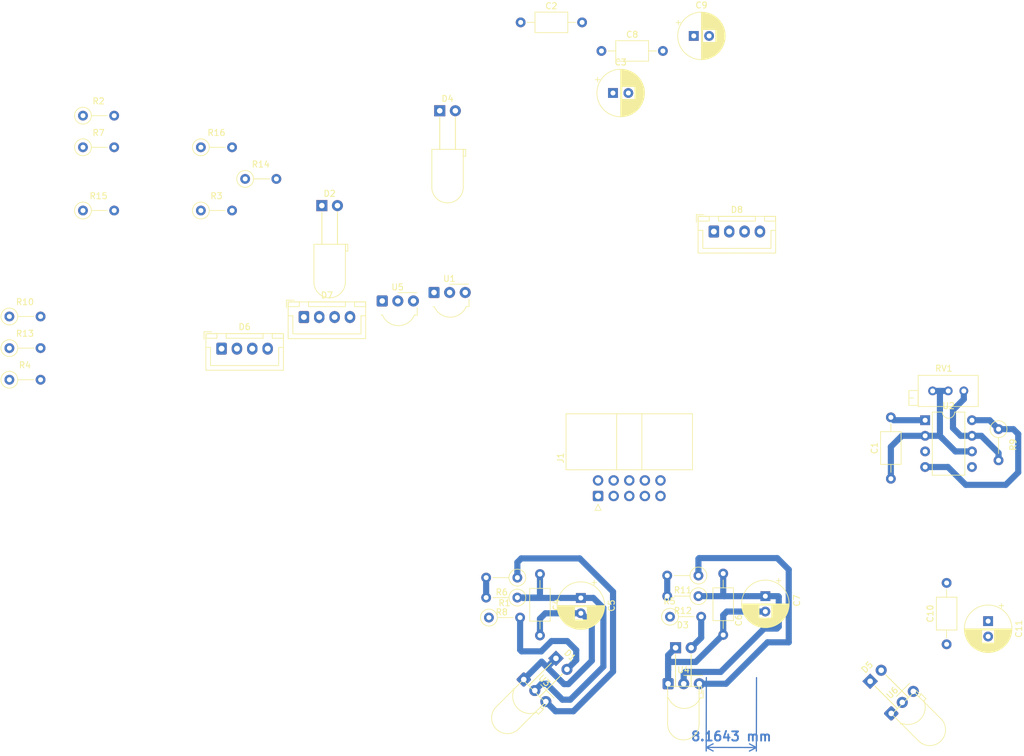
<source format=kicad_pcb>
(kicad_pcb (version 20211014) (generator pcbnew)
  (layers (0 "F.Cu" signal) (31 "B.Cu" signal) (34 "B.Paste" user) (35 "F.Paste" user) (36 "B.SilkS" user "B.Silkscreen") (37 "F.SilkS" user "F.Silkscreen") (38 "B.Mask" user) (39 "F.Mask" user) (44 "Edge.Cuts" user))
  (net 0 "")
  (net 1 "GND")
  (net 2 "Net-(D1-Pad2)")
  (net 3 "Net-(D2-Pad2)")
  (net 4 "Net-(D3-Pad2)")
  (net 5 "Net-(D4-Pad2)")
  (net 6 "Net-(D5-Pad2)")
  (net 7 "Net-(D6-Pad1)")
  (net 8 "/gnd")
  (net 9 "/S6")
  (net 10 "/5v")
  (net 11 "/S7")
  (net 12 "/S8")
  (net 13 "/S4")
  (net 14 "/S3")
  (net 15 "/S2")
  (net 16 "/S1")
  (net 17 "/S5")
  (net 18 "Net-(C2-Pad1)")
  (net 19 "Net-(C4-Pad1)")
  (net 20 "Net-(R9-Pad2)")
  (net 21 "Net-(C6-Pad1)")
  (net 22 "Net-(C8-Pad1)")
  (net 23 "Net-(C10-Pad1)")
  (net 24 "Net-(C1-Pad1)")
  (footprint "Resistor_THT:R_Axial_DIN0207_L6.3mm_D2.5mm_P5.08mm_Vertical" (layer "F.Cu") (at 192.1356 81.9214 -90)
    (fp_text reference "R9" (at 2.54 -2.37 90) (layer "F.SilkS"))
    (fp_text value "1k8")
    (pad "1" thru_hole circle (at 0 0 270) (size 1.6 1.6) (drill 0.8) (layers *.Cu *.Mask) (net 10 "/5v"))
    (pad "2" thru_hole oval (at 5.08 0 270) (size 1.6 1.6) (drill 0.8) (layers *.Cu *.Mask) (net 20 "Net-(R9-Pad2)"))
  )
  (footprint "Resistor_THT:R_Axial_DIN0207_L6.3mm_D2.5mm_P5.08mm_Vertical" (layer "F.Cu") (at 113.812096 106.103394 180)
    (fp_text reference "R6" (at 2.54 -2.37) (layer "F.SilkS"))
    (fp_text value "20k")
    (pad "1" thru_hole circle (at 0 0 180) (size 1.6 1.6) (drill 0.8) (layers *.Cu *.Mask) (net 13 "/S4"))
    (pad "2" thru_hole oval (at 5.08 0 180) (size 1.6 1.6) (drill 0.8) (layers *.Cu *.Mask) (net 10 "/5v"))
  )
  (footprint "Resistor_THT:R_Axial_DIN0207_L6.3mm_D2.5mm_P5.08mm_Vertical" (layer "F.Cu") (at 31.1284 68.72)
    (fp_text reference "R13" (at 2.54 -2.37) (layer "F.SilkS"))
    (fp_text value "20k")
    (pad "1" thru_hole circle (at 0 0) (size 1.6 1.6) (drill 0.8) (layers *.Cu *.Mask) (net 15 "/S2"))
    (pad "2" thru_hole oval (at 5.08 0) (size 1.6 1.6) (drill 0.8) (layers *.Cu *.Mask) (net 10 "/5v"))
  )
  (footprint "LED_THT:LED_D5.0mm_Horizontal_O6.35mm_Z3.0mm" (layer "F.Cu") (at 120.093063 119.251414 -45)
    (fp_text reference "D1" (at 1.27 -1.96 135) (layer "F.SilkS"))
    (fp_text value "LED")
    (pad "1" thru_hole rect (at 0 0 315) (size 1.8 1.8) (drill 0.9) (layers *.Cu *.Mask) (net 1 "GND"))
    (pad "2" thru_hole circle (at 2.54 0 315) (size 1.8 1.8) (drill 0.9) (layers *.Cu *.Mask) (net 2 "Net-(D1-Pad2)"))
  )
  (footprint "LED_THT:LED_D5.0mm_Horizontal_O6.35mm_Z3.0mm" (layer "F.Cu") (at 81.9884 45.51)
    (fp_text reference "D2" (at 1.27 -1.96) (layer "F.SilkS"))
    (fp_text value "LED")
    (pad "1" thru_hole rect (at 0 0) (size 1.8 1.8) (drill 0.9) (layers *.Cu *.Mask) (net 1 "GND"))
    (pad "2" thru_hole circle (at 2.54 0) (size 1.8 1.8) (drill 0.9) (layers *.Cu *.Mask) (net 3 "Net-(D2-Pad2)"))
  )
  (footprint "Connector_JST:JST_XH_B4B-XH-A_1x04_P2.50mm_Vertical" (layer "F.Cu") (at 65.6684 68.81)
    (fp_text reference "D6" (at 3.75 -3.55) (layer "F.SilkS"))
    (fp_text value "Conn_01x04_Male")
    (pad "1" thru_hole roundrect (at 0 0) (size 1.7 1.95) (drill 0.95) (layers *.Cu *.Mask) (roundrect_rratio 0.147059) (net 7 "Net-(D6-Pad1)"))
    (pad "2" thru_hole oval (at 2.5 0) (size 1.7 1.95) (drill 0.95) (layers *.Cu *.Mask) (net 8 "/gnd"))
    (pad "3" thru_hole oval (at 5 0) (size 1.7 1.95) (drill 0.95) (layers *.Cu *.Mask) (net 9 "/S6"))
    (pad "4" thru_hole oval (at 7.5 0) (size 1.7 1.95) (drill 0.95) (layers *.Cu *.Mask) (net 10 "/5v"))
  )
  (footprint "Resistor_THT:R_Axial_DIN0207_L6.3mm_D2.5mm_P5.08mm_Vertical" (layer "F.Cu") (at 43.1084 30.86)
    (fp_text reference "R2" (at 2.54 -2.37) (layer "F.SilkS"))
    (fp_text value "20k")
    (pad "1" thru_hole circle (at 0 0) (size 1.6 1.6) (drill 0.8) (layers *.Cu *.Mask) (net 17 "/S5"))
    (pad "2" thru_hole oval (at 5.08 0) (size 1.6 1.6) (drill 0.8) (layers *.Cu *.Mask) (net 10 "/5v"))
  )
  (footprint "Capacitor_THT:CP_Radial_D7.5mm_P2.50mm" (layer "F.Cu") (at 154.178 109.125406 -90)
    (fp_text reference "C7" (at 0.7112 -5.1308 90) (layer "F.SilkS"))
    (fp_text value "104")
    (pad "1" thru_hole rect (at 0 0 270) (size 1.6 1.6) (drill 0.8) (layers *.Cu *.Mask) (net 21 "Net-(C6-Pad1)"))
    (pad "2" thru_hole circle (at 2.5 0 270) (size 1.6 1.6) (drill 0.8) (layers *.Cu *.Mask) (net 1 "GND"))
  )
  (footprint "Resistor_THT:R_Axial_DIN0207_L6.3mm_D2.5mm_P5.08mm_Vertical" (layer "F.Cu") (at 143.285 109.1184 180)
    (fp_text reference "R12" (at 2.54 -2.37 180) (layer "F.SilkS"))
    (fp_text value "100")
    (pad "1" thru_hole circle (at 0 0 180) (size 1.6 1.6) (drill 0.8) (layers *.Cu *.Mask) (net 21 "Net-(C6-Pad1)"))
    (pad "2" thru_hole oval (at 5.08 0 180) (size 1.6 1.6) (drill 0.8) (layers *.Cu *.Mask) (net 10 "/5v"))
  )
  (footprint "Resistor_THT:R_Axial_DIN0207_L6.3mm_D2.5mm_P5.08mm_Vertical" (layer "F.Cu") (at 31.1284 73.87)
    (fp_text reference "R4" (at 2.54 -2.37) (layer "F.SilkS"))
    (fp_text value "220")
    (pad "1" thru_hole circle (at 0 0) (size 1.6 1.6) (drill 0.8) (layers *.Cu *.Mask) (net 7 "Net-(D6-Pad1)"))
    (pad "2" thru_hole oval (at 5.08 0) (size 1.6 1.6) (drill 0.8) (layers *.Cu *.Mask) (net 3 "Net-(D2-Pad2)"))
  )
  (footprint "Connector_JST:JST_XH_B4B-XH-A_1x04_P2.50mm_Vertical" (layer "F.Cu") (at 145.796 49.7332)
    (fp_text reference "D8" (at 3.75 -3.55) (layer "F.SilkS"))
    (fp_text value "Conn_01x04_Male")
    (pad "1" thru_hole roundrect (at 0 0) (size 1.7 1.95) (drill 0.95) (layers *.Cu *.Mask) (roundrect_rratio 0.147059) (net 7 "Net-(D6-Pad1)"))
    (pad "2" thru_hole oval (at 2.5 0) (size 1.7 1.95) (drill 0.95) (layers *.Cu *.Mask) (net 8 "/gnd"))
    (pad "3" thru_hole oval (at 5 0) (size 1.7 1.95) (drill 0.95) (layers *.Cu *.Mask) (net 12 "/S8"))
    (pad "4" thru_hole oval (at 7.5 0) (size 1.7 1.95) (drill 0.95) (layers *.Cu *.Mask) (net 10 "/5v"))
  )
  (footprint "Capacitor_THT:CP_Radial_D7.5mm_P2.50mm" (layer "F.Cu") (at 190.439518 113.190148 -90)
    (fp_text reference "C11" (at 1.25 -5 90) (layer "F.SilkS"))
    (fp_text value "104")
    (pad "1" thru_hole rect (at 0 0 270) (size 1.6 1.6) (drill 0.8) (layers *.Cu *.Mask) (net 23 "Net-(C10-Pad1)"))
    (pad "2" thru_hole circle (at 2.5 0 270) (size 1.6 1.6) (drill 0.8) (layers *.Cu *.Mask) (net 1 "GND"))
  )
  (footprint "Resistor_THT:R_Axial_DIN0207_L6.3mm_D2.5mm_P5.08mm_Vertical" (layer "F.Cu") (at 62.2984 46.31)
    (fp_text reference "R3" (at 2.54 -2.37) (layer "F.SilkS"))
    (fp_text value "100")
    (pad "1" thru_hole circle (at 0 0) (size 1.6 1.6) (drill 0.8) (layers *.Cu *.Mask) (net 18 "Net-(C2-Pad1)"))
    (pad "2" thru_hole oval (at 5.08 0) (size 1.6 1.6) (drill 0.8) (layers *.Cu *.Mask) (net 10 "/5v"))
  )
  (footprint "Capacitor_THT:CP_Radial_D7.5mm_P2.50mm" (layer "F.Cu") (at 142.528011 17.87)
    (fp_text reference "C9" (at 1.25 -5) (layer "F.SilkS"))
    (fp_text value "104")
    (pad "1" thru_hole rect (at 0 0) (size 1.6 1.6) (drill 0.8) (layers *.Cu *.Mask) (net 22 "Net-(C8-Pad1)"))
    (pad "2" thru_hole circle (at 2.5 0) (size 1.6 1.6) (drill 0.8) (layers *.Cu *.Mask) (net 1 "GND"))
  )
  (footprint "Resistor_THT:R_Axial_DIN0207_L6.3mm_D2.5mm_P5.08mm_Vertical" (layer "F.Cu") (at 69.5084 41.16)
    (fp_text reference "R14" (at 2.54 -2.37) (layer "F.SilkS"))
    (fp_text value "100")
    (pad "1" thru_hole circle (at 0 0) (size 1.6 1.6) (drill 0.8) (layers *.Cu *.Mask) (net 22 "Net-(C8-Pad1)"))
    (pad "2" thru_hole oval (at 5.08 0) (size 1.6 1.6) (drill 0.8) (layers *.Cu *.Mask) (net 10 "/5v"))
  )
  (footprint "Resistor_THT:R_Axial_DIN0207_L6.3mm_D2.5mm_P5.08mm_Vertical" (layer "F.Cu") (at 31.1284 63.57)
    (fp_text reference "R10" (at 2.54 -2.37) (layer "F.SilkS"))
    (fp_text value "220")
    (pad "1" thru_hole circle (at 0 0) (size 1.6 1.6) (drill 0.8) (layers *.Cu *.Mask) (net 7 "Net-(D6-Pad1)"))
    (pad "2" thru_hole oval (at 5.08 0) (size 1.6 1.6) (drill 0.8) (layers *.Cu *.Mask) (net 6 "Net-(D5-Pad2)"))
  )
  (footprint "Resistor_THT:R_Axial_DIN0207_L6.3mm_D2.5mm_P5.08mm_Vertical" (layer "F.Cu") (at 143.285 105.7656 180)
    (fp_text reference "R11" (at 2.54 -2.37 180) (layer "F.SilkS"))
    (fp_text value "20k")
    (pad "1" thru_hole circle (at 0 0 180) (size 1.6 1.6) (drill 0.8) (layers *.Cu *.Mask) (net 14 "/S3"))
    (pad "2" thru_hole oval (at 5.08 0 180) (size 1.6 1.6) (drill 0.8) (layers *.Cu *.Mask) (net 10 "/5v"))
  )
  (footprint "Capacitor_THT:CP_Radial_D7.5mm_P2.50mm" (layer "F.Cu") (at 124.146296 109.4124 -90)
    (fp_text reference "C5" (at 1.25 -5 90) (layer "F.SilkS"))
    (fp_text value "104")
    (pad "1" thru_hole rect (at 0 0 270) (size 1.6 1.6) (drill 0.8) (layers *.Cu *.Mask) (net 19 "Net-(C4-Pad1)"))
    (pad "2" thru_hole circle (at 2.5 0 270) (size 1.6 1.6) (drill 0.8) (layers *.Cu *.Mask) (net 1 "GND"))
  )
  (footprint "Resistor_THT:R_Axial_DIN0207_L6.3mm_D2.5mm_P5.08mm_Vertical" (layer "F.Cu") (at 113.812096 109.354594 180)
    (fp_text reference "R8" (at 2.54 -2.37) (layer "F.SilkS"))
    (fp_text value "100")
    (pad "1" thru_hole circle (at 0 0 180) (size 1.6 1.6) (drill 0.8) (layers *.Cu *.Mask) (net 19 "Net-(C4-Pad1)"))
    (pad "2" thru_hole oval (at 5.08 0 180) (size 1.6 1.6) (drill 0.8) (layers *.Cu *.Mask) (net 10 "/5v"))
  )
  (footprint "Connector_IDC:IDC-Header_2x05_P2.54mm_Horizontal" (layer "F.Cu") (at 126.9492 92.8116 90)
    (fp_text reference "J1" (at 6.215 -6.1 90) (layer "F.SilkS"))
    (fp_text value "Control Sensores")
    (pad "1" thru_hole roundrect (at 0 0 90) (size 1.7 1.7) (drill 1) (layers *.Cu *.Mask) (roundrect_rratio 0.147059) (net 10 "/5v"))
    (pad "2" thru_hole circle (at 2.54 0 90) (size 1.7 1.7) (drill 1) (layers *.Cu *.Mask) (net 1 "GND"))
    (pad "3" thru_hole circle (at 0 2.54 90) (size 1.7 1.7) (drill 1) (layers *.Cu *.Mask) (net 13 "/S4"))
    (pad "4" thru_hole circle (at 2.54 2.54 90) (size 1.7 1.7) (drill 1) (layers *.Cu *.Mask) (net 12 "/S8"))
    (pad "5" thru_hole circle (at 0 5.08 90) (size 1.7 1.7) (drill 1) (layers *.Cu *.Mask) (net 14 "/S3"))
    (pad "6" thru_hole circle (at 2.54 5.08 90) (size 1.7 1.7) (drill 1) (layers *.Cu *.Mask) (net 11 "/S7"))
    (pad "7" thru_hole circle (at 0 7.62 90) (size 1.7 1.7) (drill 1) (layers *.Cu *.Mask) (net 15 "/S2"))
    (pad "8" thru_hole circle (at 2.54 7.62 90) (size 1.7 1.7) (drill 1) (layers *.Cu *.Mask) (net 9 "/S6"))
    (pad "9" thru_hole circle (at 0 10.16 90) (size 1.7 1.7) (drill 1) (layers *.Cu *.Mask) (net 16 "/S1"))
    (pad "10" thru_hole circle (at 2.54 10.16 90) (size 1.7 1.7) (drill 1) (layers *.Cu *.Mask) (net 17 "/S5"))
  )
  (footprint "Resistor_THT:R_Axial_DIN0207_L6.3mm_D2.5mm_P5.08mm_Vertical" (layer "F.Cu") (at 109.182096 112.605794)
    (fp_text reference "R1" (at 2.54 -2.37) (layer "F.SilkS"))
    (fp_text value "220")
    (pad "1" thru_hole circle (at 0 0) (size 1.6 1.6) (drill 0.8) (layers *.Cu *.Mask) (net 7 "Net-(D6-Pad1)"))
    (pad "2" thru_hole oval (at 5.08 0) (size 1.6 1.6) (drill 0.8) (layers *.Cu *.Mask) (net 2 "Net-(D1-Pad2)"))
  )
  (footprint "Capacitor_THT:C_Axial_L5.1mm_D3.1mm_P10.00mm_Horizontal" (layer "F.Cu") (at 147.32 105.4392 -90)
    (fp_text reference "C6" (at 7.6126 -2.5176 90) (layer "F.SilkS"))
    (fp_text value "102")
    (pad "1" thru_hole circle (at 0 0 270) (size 1.6 1.6) (drill 0.8) (layers *.Cu *.Mask) (net 21 "Net-(C6-Pad1)"))
    (pad "2" thru_hole oval (at 10 0 270) (size 1.6 1.6) (drill 0.8) (layers *.Cu *.Mask) (net 1 "GND"))
  )
  (footprint "OptoDevice:Vishay_MOLD-3Pin" (layer "F.Cu") (at 91.8184 61.04)
    (fp_text reference "U5" (at 2.5 -2.25 180) (layer "F.SilkS"))
    (fp_text value "TSOP17xx")
    (pad "1" thru_hole roundrect (at 0 0) (size 1.8 1.8) (drill 0.9) (layers *.Cu *.Mask) (roundrect_rratio 0.138) (net 1 "GND"))
    (pad "2" thru_hole circle (at 2.54 0) (size 1.8 1.8) (drill 0.9) (layers *.Cu *.Mask) (net 22 "Net-(C8-Pad1)"))
    (pad "3" thru_hole circle (at 5.08 0) (size 1.8 1.8) (drill 0.9) (layers *.Cu *.Mask) (net 15 "/S2"))
  )
  (footprint "Connector_JST:JST_XH_B4B-XH-A_1x04_P2.50mm_Vertical" (layer "F.Cu") (at 79.0684 63.66)
    (fp_text reference "D7" (at 3.75 -3.55) (layer "F.SilkS"))
    (fp_text value "Conn_01x04_Male")
    (pad "1" thru_hole roundrect (at 0 0) (size 1.7 1.95) (drill 0.95) (layers *.Cu *.Mask) (roundrect_rratio 0.147059) (net 7 "Net-(D6-Pad1)"))
    (pad "2" thru_hole oval (at 2.5 0) (size 1.7 1.95) (drill 0.95) (layers *.Cu *.Mask) (net 8 "/gnd"))
    (pad "3" thru_hole oval (at 5 0) (size 1.7 1.95) (drill 0.95) (layers *.Cu *.Mask) (net 11 "/S7"))
    (pad "4" thru_hole oval (at 7.5 0) (size 1.7 1.95) (drill 0.95) (layers *.Cu *.Mask) (net 10 "/5v"))
  )
  (footprint "OptoDevice:Vishay_MOLD-3Pin" (layer "F.Cu") (at 174.667704 128.221806 45)
    (fp_text reference "U6" (at 2.5 -2.25 45) (layer "F.SilkS"))
    (fp_text value "TSOP17xx")
    (pad "1" thru_hole roundrect (at 0 0 45) (size 1.8 1.8) (drill 0.9) (layers *.Cu *.Mask) (roundrect_rratio 0.138) (net 1 "GND"))
    (pad "2" thru_hole circle (at 2.54 0 45) (size 1.8 1.8) (drill 0.9) (layers *.Cu *.Mask) (net 23 "Net-(C10-Pad1)"))
    (pad "3" thru_hole circle (at 5.08 0 45) (size 1.8 1.8) (drill 0.9) (layers *.Cu *.Mask) (net 16 "/S1"))
  )
  (footprint "Capacitor_THT:C_Axial_L5.1mm_D3.1mm_P10.00mm_Horizontal" (layer "F.Cu") (at 183.683118 116.963942 90)
    (fp_text reference "C10" (at 5 -2.67 90) (layer "F.SilkS"))
    (fp_text value "102")
    (pad "1" thru_hole circle (at 0 0 90) (size 1.6 1.6) (drill 0.8) (layers *.Cu *.Mask) (net 23 "Net-(C10-Pad1)"))
    (pad "2" thru_hole oval (at 10 0 90) (size 1.6 1.6) (drill 0.8) (layers *.Cu *.Mask) (net 1 "GND"))
  )
  (footprint "Capacitor_THT:CP_Radial_D7.5mm_P2.50mm" (layer "F.Cu") (at 129.378011 27.17)
    (fp_text reference "C3" (at 1.25 -5) (layer "F.SilkS"))
    (fp_text value "104")
    (pad "1" thru_hole rect (at 0 0) (size 1.6 1.6) (drill 0.8) (layers *.Cu *.Mask) (net 18 "Net-(C2-Pad1)"))
    (pad "2" thru_hole circle (at 2.5 0) (size 1.6 1.6) (drill 0.8) (layers *.Cu *.Mask) (net 1 "GND"))
  )
  (footprint "LED_THT:LED_D5.0mm_Horizontal_O6.35mm_Z3.0mm" (layer "F.Cu") (at 171.237118 122.987542 45)
    (fp_text reference "D5" (at 1.27 -1.96 45) (layer "F.SilkS"))
    (fp_text value "LED")
    (pad "1" thru_hole rect (at 0 0 45) (size 1.8 1.8) (drill 0.9) (layers *.Cu *.Mask) (net 1 "GND"))
    (pad "2" thru_hole circle (at 2.54 0 45) (size 1.8 1.8) (drill 0.9) (layers *.Cu *.Mask) (net 6 "Net-(D5-Pad2)"))
  )
  (footprint "Capacitor_THT:C_Axial_L5.1mm_D3.1mm_P10.00mm_Horizontal" (layer "F.Cu") (at 174.6096 89.9984 90)
    (fp_text reference "C1" (at 5 -2.67 90) (layer "F.SilkS"))
    (fp_text value "102")
    (pad "1" thru_hole circle (at 0 0 90) (size 1.6 1.6) (drill 0.8) (layers *.Cu *.Mask) (net 24 "Net-(C1-Pad1)"))
    (pad "2" thru_hole oval (at 10 0 90) (size 1.6 1.6) (drill 0.8) (layers *.Cu *.Mask) (net 1 "GND"))
  )
  (footprint "Resistor_THT:R_Axial_DIN0207_L6.3mm_D2.5mm_P5.08mm_Vertical" (layer "F.Cu") (at 62.2984 36.01)
    (fp_text reference "R16" (at 2.54 -2.37) (layer "F.SilkS"))
    (fp_text value "100")
    (pad "1" thru_hole circle (at 0 0) (size 1.6 1.6) (drill 0.8) (layers *.Cu *.Mask) (net 23 "Net-(C10-Pad1)"))
    (pad "2" thru_hole oval (at 5.08 0) (size 1.6 1.6) (drill 0.8) (layers *.Cu *.Mask) (net 10 "/5v"))
  )
  (footprint "Resistor_THT:R_Axial_DIN0207_L6.3mm_D2.5mm_P5.08mm_Vertical" (layer "F.Cu") (at 43.1084 36.01)
    (fp_text reference "R7" (at 2.54 -2.37) (layer "F.SilkS"))
    (fp_text value "220")
    (pad "1" thru_hole circle (at 0 0) (size 1.6 1.6) (drill 0.8) (layers *.Cu *.Mask) (net 7 "Net-(D6-Pad1)"))
    (pad "2" thru_hole oval (at 5.08 0) (size 1.6 1.6) (drill 0.8) (layers *.Cu *.Mask) (net 5 "Net-(D4-Pad2)"))
  )
  (footprint "LED_THT:LED_D5.0mm_Horizontal_O6.35mm_Z3.0mm" (layer "F.Cu") (at 139.5642 117.523606)
    (fp_text reference "D3" (at 1.1684 -3.6872) (layer "F.SilkS"))
    (fp_text value "LED")
    (pad "1" thru_hole rect (at 0 0) (size 1.8 1.8) (drill 0.9) (layers *.Cu *.Mask) (net 1 "GND"))
    (pad "2" thru_hole circle (at 2.54 0) (size 1.8 1.8) (drill 0.9) (layers *.Cu *.Mask) (net 4 "Net-(D3-Pad2)"))
  )
  (footprint "Capacitor_THT:C_Axial_L5.1mm_D3.1mm_P10.00mm_Horizontal" (layer "F.Cu") (at 117.491496 105.522994 -90)
    (fp_text reference "C4" (at 5 -2.67 90) (layer "F.SilkS"))
    (fp_text value "102")
    (pad "1" thru_hole circle (at 0 0 270) (size 1.6 1.6) (drill 0.8) (layers *.Cu *.Mask) (net 19 "Net-(C4-Pad1)"))
    (pad "2" thru_hole oval (at 10 0 270) (size 1.6 1.6) (drill 0.8) (layers *.Cu *.Mask) (net 1 "GND"))
  )
  (footprint "Capacitor_THT:C_Axial_L5.1mm_D3.1mm_P10.00mm_Horizontal" (layer "F.Cu") (at 127.5008 20.32)
    (fp_text reference "C8" (at 5 -2.67) (layer "F.SilkS"))
    (fp_text value "102")
    (pad "1" thru_hole circle (at 0 0) (size 1.6 1.6) (drill 0.8) (layers *.Cu *.Mask) (net 22 "Net-(C8-Pad1)"))
    (pad "2" thru_hole oval (at 10 0) (size 1.6 1.6) (drill 0.8) (layers *.Cu *.Mask) (net 1 "GND"))
  )
  (footprint "Resistor_THT:R_Axial_DIN0207_L6.3mm_D2.5mm_P5.08mm_Vertical" (layer "F.Cu") (at 138.655 112.4712)
    (fp_text reference "R5" (at -0.0726 -2.5224) (layer "F.SilkS"))
    (fp_text value "220")
    (pad "1" thru_hole circle (at 0 0) (size 1.6 1.6) (drill 0.8) (layers *.Cu *.Mask) (net 7 "Net-(D6-Pad1)"))
    (pad "2" thru_hole oval (at 5.08 0) (size 1.6 1.6) (drill 0.8) (layers *.Cu *.Mask) (net 4 "Net-(D3-Pad2)"))
  )
  (footprint "Capacitor_THT:C_Axial_L5.1mm_D3.1mm_P10.00mm_Horizontal" (layer "F.Cu") (at 114.3508 15.67)
    (fp_text reference "C2" (at 5 -2.67) (layer "F.SilkS"))
    (fp_text value "102")
    (pad "1" thru_hole circle (at 0 0) (size 1.6 1.6) (drill 0.8) (layers *.Cu *.Mask) (net 18 "Net-(C2-Pad1)"))
    (pad "2" thru_hole oval (at 10 0) (size 1.6 1.6) (drill 0.8) (layers *.Cu *.Mask) (net 1 "GND"))
  )
  (footprint "OptoDevice:Vishay_MOLD-3Pin" (layer "F.Cu") (at 114.856194 122.699304 -45)
    (fp_text reference "U3" (at 2.5 -2.25 135) (layer "F.SilkS"))
    (fp_text value "TSOP17xx")
    (pad "1" thru_hole roundrect (at 0 0 315) (size 1.8 1.8) (drill 0.9) (layers *.Cu *.Mask) (roundrect_rratio 0.138) (net 1 "GND"))
    (pad "2" thru_hole circle (at 2.54 0 315) (size 1.8 1.8) (drill 0.9) (layers *.Cu *.Mask) (net 19 "Net-(C4-Pad1)"))
    (pad "3" thru_hole circle (at 5.08 0 315) (size 1.8 1.8) (drill 0.9) (layers *.Cu *.Mask) (net 13 "/S4"))
  )
  (footprint "OptoDevice:Vishay_MOLD-3Pin" (layer "F.Cu") (at 138.35 123.386006)
    (fp_text reference "U4" (at 2.5 -2.25 180) (layer "F.SilkS"))
    (fp_text value "TSOP17xx")
    (pad "1" thru_hole roundrect (at 0 0) (size 1.8 1.8) (drill 0.9) (layers *.Cu *.Mask) (roundrect_rratio 0.138) (net 1 "GND"))
    (pad "2" thru_hole circle (at 2.54 0) (size 1.8 1.8) (drill 0.9) (layers *.Cu *.Mask) (net 21 "Net-(C6-Pad1)"))
    (pad "3" thru_hole circle (at 5.08 0) (size 1.8 1.8) (drill 0.9) (layers *.Cu *.Mask) (net 14 "/S3"))
  )
  (footprint "Resistor_THT:R_Axial_DIN0207_L6.3mm_D2.5mm_P5.08mm_Vertical" (layer "F.Cu") (at 43.1084 46.31)
    (fp_text reference "R15" (at 2.54 -2.37) (layer "F.SilkS"))
    (fp_text value "20k")
    (pad "1" thru_hole circle (at 0 0) (size 1.6 1.6) (drill 0.8) (layers *.Cu *.Mask) (net 16 "/S1"))
    (pad "2" thru_hole oval (at 5.08 0) (size 1.6 1.6) (drill 0.8) (layers *.Cu *.Mask) (net 10 "/5v"))
  )
  (footprint "LED_THT:LED_D5.0mm_Horizontal_O6.35mm_Z3.0mm" (layer "F.Cu") (at 101.1784 30.06)
    (fp_text reference "D4" (at 1.27 -1.96) (layer "F.SilkS"))
    (fp_text value "LED")
    (pad "1" thru_hole rect (at 0 0) (size 1.8 1.8) (drill 0.9) (layers *.Cu *.Mask) (net 1 "GND"))
    (pad "2" thru_hole circle (at 2.54 0) (size 1.8 1.8) (drill 0.9) (layers *.Cu *.Mask) (net 5 "Net-(D4-Pad2)"))
  )
  (footprint "Potentiometer_THT:Potentiometer_Bourns_3296X_Horizontal" (layer "F.Cu") (at 186.4848 75.692)
    (fp_text reference "RV1" (at -3.2512 -3.6576) (layer "F.SilkS"))
    (fp_text value "R_Potentiometer")
    (pad "1" thru_hole circle (at 0 0) (size 1.44 1.44) (drill 0.8) (layers *.Cu *.Mask) (net 20 "Net-(R9-Pad2)"))
    (pad "2" thru_hole circle (at -2.54 0) (size 1.44 1.44) (drill 0.8) (layers *.Cu *.Mask) (net 24 "Net-(C1-Pad1)"))
    (pad "3" thru_hole circle (at -5.08 0) (size 1.44 1.44) (drill 0.8) (layers *.Cu *.Mask) (net 24 "Net-(C1-Pad1)"))
  )
  (footprint "OptoDevice:Vishay_MOLD-3Pin" (layer "F.Cu") (at 100.2484 59.66)
    (fp_text reference "U1" (at 2.5 -2.25 180) (layer "F.SilkS"))
    (fp_text value "TSOP17xx")
    (pad "1" thru_hole roundrect (at 0 0) (size 1.8 1.8) (drill 0.9) (layers *.Cu *.Mask) (roundrect_rratio 0.138) (net 1 "GND"))
    (pad "2" thru_hole circle (at 2.54 0) (size 1.8 1.8) (drill 0.9) (layers *.Cu *.Mask) (net 18 "Net-(C2-Pad1)"))
    (pad "3" thru_hole circle (at 5.08 0) (size 1.8 1.8) (drill 0.9) (layers *.Cu *.Mask) (net 17 "/S5"))
  )
  (footprint "Package_DIP:DIP-8_W7.62mm" (layer "F.Cu") (at 180.1876 80.4672)
    (fp_text reference "U2" (at 3.81 -2.33) (layer "F.SilkS"))
    (fp_text value "LM555xN")
    (pad "1" thru_hole rect (at 0 0) (size 1.6 1.6) (drill 0.8) (layers *.Cu *.Mask) (net 1 "GND"))
    (pad "2" thru_hole oval (at 0 2.54) (size 1.6 1.6) (drill 0.8) (layers *.Cu *.Mask) (net 24 "Net-(C1-Pad1)"))
    (pad "3" thru_hole oval (at 0 5.08) (size 1.6 1.6) (drill 0.8) (layers *.Cu *.Mask) (net 7 "Net-(D6-Pad1)"))
    (pad "4" thru_hole oval (at 0 7.62) (size 1.6 1.6) (drill 0.8) (layers *.Cu *.Mask) (net 10 "/5v"))
    (pad "5" thru_hole oval (at 7.62 7.62) (size 1.6 1.6) (drill 0.8) (layers *.Cu *.Mask))
    (pad "6" thru_hole oval (at 7.62 5.08) (size 1.6 1.6) (drill 0.8) (layers *.Cu *.Mask) (net 24 "Net-(C1-Pad1)"))
    (pad "7" thru_hole oval (at 7.62 2.54) (size 1.6 1.6) (drill 0.8) (layers *.Cu *.Mask) (net 20 "Net-(R9-Pad2)"))
    (pad "8" thru_hole oval (at 7.62 0) (size 1.6 1.6) (drill 0.8) (layers *.Cu *.Mask) (net 10 "/5v"))
  )
  (dimension (type aligned) (layer "B.Cu") (pts (xy 152.741072 121.886006) (xy 144.5768 121.8692)) (height -11.885613) (gr_text "8.1643 mm" (at 148.638175 131.963195 -0.1179421154) (layer "B.Cu") (effects (font (size 1.5 1.5) (thickness 0.3)))) (format (units 3) (units_format 1) (precision 4)) (style (thickness 0.2) (arrow_length 1.27) (text_position_mode 0) (extension_height 0.58642) (extension_offset 0.5) keep_text_aligned))
  (segment (start 138.35 119.8372) (end 142.8496 119.8372) (width 1) (layer "B.Cu") (net 1))
  (segment (start 147.911794 111.625406) (end 154.178 111.625406) (width 1) (layer "B.Cu") (net 1))
  (segment (start 138.35 123.386006) (end 138.35 121.1288) (width 1) (layer "B.Cu") (net 1))
  (segment (start 147.2476 115.4392) (end 147.32 115.4392) (width 1) (layer "B.Cu") (net 1))
  (segment (start 121.412 123.444) (end 118.5164 120.5484) (width 1) (layer "B.Cu") (net 1))
  (segment (start 175.0784 80.4672) (end 174.6096 79.9984) (width 1) (layer "B.Cu") (net 1))
  (segment (start 138.35 121.1288) (end 138.35 119.8372) (width 1) (layer "B.Cu") (net 1))
  (segment (start 138.35 121.1288) (end 138.35 118.737806) (width 1) (layer "B.Cu") (net 1))
  (segment (start 147.32 112.2172) (end 147.911794 111.625406) (width 1) (layer "B.Cu") (net 1))
  (segment (start 125.933199 119.634001) (end 122.1232 123.444) (width 1) (layer "B.Cu") (net 1))
  (segment (start 122.1232 123.444) (end 121.412 123.444) (width 1) (layer "B.Cu") (net 1))
  (segment (start 118.796077 120.5484) (end 120.093063 119.251414) (width 1) (layer "B.Cu") (net 1))
  (segment (start 118.372902 111.9124) (end 121.615199 111.9124) (width 1) (layer "B.Cu") (net 1))
  (segment (start 124.2568 111.9124) (end 125.933199 113.588799) (width 1) (layer "B.Cu") (net 1))
  (segment (start 138.35 118.737806) (end 139.5642 117.523606) (width 1) (layer "B.Cu") (net 1))
  (segment (start 125.933199 113.588799) (end 125.933199 119.634001) (width 1) (layer "B.Cu") (net 1))
  (segment (start 117.491496 115.522994) (end 117.491496 112.793806) (width 1) (layer "B.Cu") (net 1))
  (segment (start 180.1876 80.4672) (end 175.0784 80.4672) (width 1) (layer "B.Cu") (net 1))
  (segment (start 124.146296 111.9124) (end 124.2568 111.9124) (width 1) (layer "B.Cu") (net 1))
  (segment (start 118.5164 120.5484) (end 117.761749 119.793749) (width 1) (layer "B.Cu") (net 1))
  (segment (start 147.32 115.4392) (end 147.32 112.2172) (width 1) (layer "B.Cu") (net 1))
  (segment (start 117.491496 112.793806) (end 118.372902 111.9124) (width 1) (layer "B.Cu") (net 1))
  (segment (start 117.761749 119.793749) (end 114.856194 122.699304) (width 1) (layer "B.Cu") (net 1))
  (segment (start 121.615199 111.9124) (end 124.146296 111.9124) (width 1) (layer "B.Cu") (net 1))
  (segment (start 118.5164 120.5484) (end 118.796077 120.5484) (width 1) (layer "B.Cu") (net 1))
  (segment (start 142.8496 119.8372) (end 147.2476 115.4392) (width 1) (layer "B.Cu") (net 1))
  (segment (start 123.3932 119.543379) (end 123.3932 117.9068) (width 1) (layer "B.Cu") (net 2))
  (segment (start 114.5032 118.11) (end 114.262096 117.868896) (width 1) (layer "B.Cu") (net 2))
  (segment (start 123.3932 117.9068) (end 121.92 116.4336) (width 1) (layer "B.Cu") (net 2))
  (segment (start 119.38 116.4336) (end 117.7036 118.11) (width 1) (layer "B.Cu") (net 2))
  (segment (start 121.92 116.4336) (end 119.38 116.4336) (width 1) (layer "B.Cu") (net 2))
  (segment (start 114.262096 117.868896) (end 114.262096 112.605794) (width 1) (layer "B.Cu") (net 2))
  (segment (start 117.7036 118.11) (end 114.5032 118.11) (width 1) (layer "B.Cu") (net 2))
  (segment (start 121.889114 121.047465) (end 123.3932 119.543379) (width 1) (layer "B.Cu") (net 2))
  (segment (start 143.735 115.892806) (end 143.735 112.4712) (width 1) (layer "B.Cu") (net 4))
  (segment (start 142.1042 117.523606) (end 143.735 115.892806) (width 1) (layer "B.Cu") (net 4))
  (segment (start 195.336 88.9608) (end 195.336 82.7124) (width 1) (layer "B.Cu") (net 10))
  (segment (start 193.304 90.9928) (end 195.336 88.9608) (width 1) (layer "B.Cu") (net 10))
  (segment (start 108.732096 109.354594) (end 108.732096 106.103394) (width 1) (layer "B.Cu") (net 10))
  (segment (start 138.205 109.1184) (end 138.205 105.7656) (width 1) (layer "B.Cu") (net 10))
  (segment (start 187.8076 80.4672) (end 190.6814 80.4672) (width 1) (layer "B.Cu") (net 10))
  (segment (start 195.336 82.7124) (end 194.545 81.9214) (width 1) (layer "B.Cu") (net 10))
  (segment (start 180.1876 88.0872) (end 183.896 88.0872) (width 1) (layer "B.Cu") (net 10))
  (segment (start 186.8016 90.9928) (end 193.304 90.9928) (width 1) (layer "B.Cu") (net 10))
  (segment (start 194.545 81.9214) (end 192.1356 81.9214) (width 1) (layer "B.Cu") (net 10))
  (segment (start 183.896 88.0872) (end 186.8016 90.9928) (width 1) (layer "B.Cu") (net 10))
  (segment (start 190.6814 80.4672) (end 192.1356 81.9214) (width 1) (layer "B.Cu") (net 10))
  (segment (start 120.02049 127.8636) (end 122.936 127.8636) (width 1) (layer "B.Cu") (net 13))
  (segment (start 129.3876 108.4072) (end 123.952 102.9716) (width 1) (layer "B.Cu") (net 13))
  (segment (start 123.952 102.9716) (end 114.452399 102.9716) (width 1) (layer "B.Cu") (net 13))
  (segment (start 113.812096 103.611903) (end 113.812096 106.103394) (width 1) (layer "B.Cu") (net 13))
  (segment (start 114.452399 102.9716) (end 113.812096 103.611903) (width 1) (layer "B.Cu") (net 13))
  (segment (start 118.448296 126.291406) (end 120.02049 127.8636) (width 1) (layer "B.Cu") (net 13))
  (segment (start 122.936 127.8636) (end 129.3876 121.412) (width 1) (layer "B.Cu") (net 13))
  (segment (start 129.3876 121.412) (end 129.3876 108.4072) (width 1) (layer "B.Cu") (net 13))
  (segment (start 157.988 104.8004) (end 156.1084 102.9208) (width 1) (layer "B.Cu") (net 14))
  (segment (start 157.988 116.6368) (end 157.988 104.8004) (width 1) (layer "B.Cu") (net 14))
  (segment (start 143.4084 102.9208) (end 143.285 103.0442) (width 1) (layer "B.Cu") (net 14))
  (segment (start 143.43 123.386006) (end 147.784394 123.386006) (width 1) (layer "B.Cu") (net 14))
  (segment (start 147.784394 123.386006) (end 154.5336 116.6368) (width 1) (layer "B.Cu") (net 14))
  (segment (start 156.1084 102.9208) (end 143.4084 102.9208) (width 1) (layer "B.Cu") (net 14))
  (segment (start 143.285 103.0442) (end 143.285 105.7656) (width 1) (layer "B.Cu") (net 14))
  (segment (start 154.5336 116.6368) (end 157.988 116.6368) (width 1) (layer "B.Cu") (net 14))
  (segment (start 113.971502 109.514) (end 113.812096 109.354594) (width 1) (layer "B.Cu") (net 19))
  (segment (start 118.5672 123.3932) (end 117.7544 123.3932) (width 1) (layer "B.Cu") (net 19))
  (segment (start 117.491496 109.354594) (end 117.491496 105.522994) (width 1) (layer "B.Cu") (net 19))
  (segment (start 127.8128 111.0488) (end 127.8128 120.5992) (width 1) (layer "B.Cu") (net 19))
  (segment (start 121.158 125.984) (end 118.5672 123.3932) (width 1) (layer "B.Cu") (net 19))
  (segment (start 114.697496 109.354594) (end 117.491496 109.354594) (width 1) (layer "B.Cu") (net 19))
  (segment (start 127.8128 120.5992) (end 122.428 125.984) (width 1) (layer "B.Cu") (net 19))
  (segment (start 117.7544 123.3932) (end 116.652245 124.495355) (width 1) (layer "B.Cu") (net 19))
  (segment (start 114.755302 109.4124) (end 114.697496 109.354594) (width 1) (layer "B.Cu") (net 19))
  (segment (start 126.1764 109.4124) (end 127.8128 111.0488) (width 1) (layer "B.Cu") (net 19))
  (segment (start 122.428 125.984) (end 121.158 125.984) (width 1) (layer "B.Cu") (net 19))
  (segment (start 124.146296 109.4124) (end 126.1764 109.4124) (width 1) (layer "B.Cu") (net 19))
  (segment (start 124.146296 109.4124) (end 114.755302 109.4124) (width 1) (layer "B.Cu") (net 19))
  (segment (start 113.812096 109.354594) (end 114.697496 109.354594) (width 1) (layer "B.Cu") (net 19))
  (segment (start 189.3316 83.0072) (end 192.1356 85.8112) (width 1) (layer "B.Cu") (net 20))
  (segment (start 187.8076 83.0072) (end 185.9788 83.0072) (width 1) (layer "B.Cu") (net 20))
  (segment (start 184.7188 81.7472) (end 184.7188 78.8008) (width 1) (layer "B.Cu") (net 20))
  (segment (start 185.9788 83.0072) (end 184.7188 81.7472) (width 1) (layer "B.Cu") (net 20))
  (segment (start 186.4848 77.0348) (end 186.4848 75.692) (width 1) (layer "B.Cu") (net 20))
  (segment (start 187.8076 83.0072) (end 189.3316 83.0072) (width 1) (layer "B.Cu") (net 20))
  (segment (start 184.7188 78.8008) (end 186.4848 77.0348) (width 1) (layer "B.Cu") (net 20))
  (segment (start 192.1356 85.8112) (end 192.1356 87.0014) (width 1) (layer "B.Cu") (net 20))
  (segment (start 140.89 123.386006) (end 140.89 121.746) (width 1) (layer "B.Cu") (net 21))
  (segment (start 147.32 105.4392) (end 147.32 108.966) (width 1) (layer "B.Cu") (net 21))
  (segment (start 147.479406 109.125406) (end 143.292006 109.125406) (width 1) (layer "B.Cu") (net 21))
  (segment (start 156.3624 109.22) (end 156.267806 109.125406) (width 1) (layer "B.Cu") (net 21))
  (segment (start 156.3624 114.0968) (end 156.3624 109.22) (width 1) (layer "B.Cu") (net 21))
  (segment (start 147.32 108.966) (end 147.479406 109.125406) (width 1) (layer "B.Cu") (net 21))
  (segment (start 146.9136 121.4628) (end 153.9748 114.4016) (width 1) (layer "B.Cu") (net 21))
  (segment (start 141.1732 121.4628) (end 146.9136 121.4628) (width 1) (layer "B.Cu") (net 21))
  (segment (start 154.178 109.125406) (end 147.479406 109.125406) (width 1) (layer "B.Cu") (net 21))
  (segment (start 143.292006 109.125406) (end 143.285 109.1184) (width 1) (layer "B.Cu") (net 21))
  (segment (start 140.89 121.746) (end 141.1732 121.4628) (width 1) (layer "B.Cu") (net 21))
  (segment (start 153.9748 114.4016) (end 156.0576 114.4016) (width 1) (layer "B.Cu") (net 21))
  (segment (start 156.0576 114.4016) (end 156.3624 114.0968) (width 1) (layer "B.Cu") (net 21))
  (segment (start 156.267806 109.125406) (end 154.178 109.125406) (width 1) (layer "B.Cu") (net 21))
  (segment (start 174.6096 89.9984) (end 174.6096 84.7952) (width 1) (layer "B.Cu") (net 24))
  (segment (start 182.5952 83.0272) (end 182.5952 75.692) (width 1) (layer "B.Cu") (net 24))
  (segment (start 176.3976 83.0072) (end 180.1876 83.0072) (width 1) (layer "B.Cu") (net 24))
  (segment (start 182.5952 75.692) (end 181.4048 75.692) (width 1) (layer "B.Cu") (net 24))
  (segment (start 182.9916 83.4236) (end 182.5752 83.0072) (width 1) (layer "B.Cu") (net 24))
  (segment (start 182.5752 83.0072) (end 180.1876 83.0072) (width 1) (layer "B.Cu") (net 24))
  (segment (start 174.6096 84.7952) (end 176.3976 83.0072) (width 1) (layer "B.Cu") (net 24))
  (segment (start 185.1152 85.5472) (end 182.9916 83.4236) (width 1) (layer "B.Cu") (net 24))
  (segment (start 187.8076 85.5472) (end 185.1152 85.5472) (width 1) (layer "B.Cu") (net 24))
  (segment (start 183.9448 75.692) (end 182.5952 75.692) (width 1) (layer "B.Cu") (net 24))
  (segment (start 182.9916 83.4236) (end 182.5952 83.0272) (width 1) (layer "B.Cu") (net 24))
)
</source>
